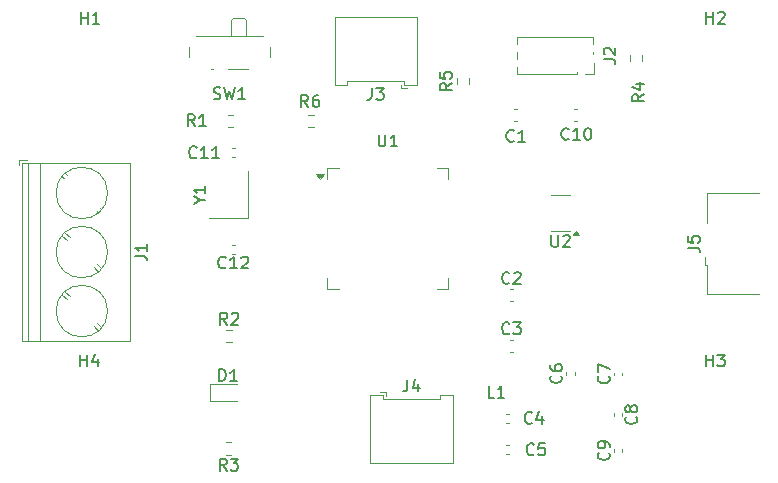
<source format=gbr>
%TF.GenerationSoftware,KiCad,Pcbnew,8.0.4*%
%TF.CreationDate,2024-07-31T13:10:52-04:00*%
%TF.ProjectId,STM32F405RGT6,53544d33-3246-4343-9035-524754362e6b,rev?*%
%TF.SameCoordinates,Original*%
%TF.FileFunction,Legend,Top*%
%TF.FilePolarity,Positive*%
%FSLAX46Y46*%
G04 Gerber Fmt 4.6, Leading zero omitted, Abs format (unit mm)*
G04 Created by KiCad (PCBNEW 8.0.4) date 2024-07-31 13:10:52*
%MOMM*%
%LPD*%
G01*
G04 APERTURE LIST*
%ADD10C,0.150000*%
%ADD11C,0.120000*%
G04 APERTURE END LIST*
D10*
X87078628Y-86616190D02*
X87554819Y-86616190D01*
X86554819Y-86949523D02*
X87078628Y-86616190D01*
X87078628Y-86616190D02*
X86554819Y-86282857D01*
X87554819Y-85425714D02*
X87554819Y-85997142D01*
X87554819Y-85711428D02*
X86554819Y-85711428D01*
X86554819Y-85711428D02*
X86697676Y-85806666D01*
X86697676Y-85806666D02*
X86792914Y-85901904D01*
X86792914Y-85901904D02*
X86840533Y-85997142D01*
X116850595Y-89554819D02*
X116850595Y-90364342D01*
X116850595Y-90364342D02*
X116898214Y-90459580D01*
X116898214Y-90459580D02*
X116945833Y-90507200D01*
X116945833Y-90507200D02*
X117041071Y-90554819D01*
X117041071Y-90554819D02*
X117231547Y-90554819D01*
X117231547Y-90554819D02*
X117326785Y-90507200D01*
X117326785Y-90507200D02*
X117374404Y-90459580D01*
X117374404Y-90459580D02*
X117422023Y-90364342D01*
X117422023Y-90364342D02*
X117422023Y-89554819D01*
X117850595Y-89650057D02*
X117898214Y-89602438D01*
X117898214Y-89602438D02*
X117993452Y-89554819D01*
X117993452Y-89554819D02*
X118231547Y-89554819D01*
X118231547Y-89554819D02*
X118326785Y-89602438D01*
X118326785Y-89602438D02*
X118374404Y-89650057D01*
X118374404Y-89650057D02*
X118422023Y-89745295D01*
X118422023Y-89745295D02*
X118422023Y-89840533D01*
X118422023Y-89840533D02*
X118374404Y-89983390D01*
X118374404Y-89983390D02*
X117802976Y-90554819D01*
X117802976Y-90554819D02*
X118422023Y-90554819D01*
X102238095Y-81054819D02*
X102238095Y-81864342D01*
X102238095Y-81864342D02*
X102285714Y-81959580D01*
X102285714Y-81959580D02*
X102333333Y-82007200D01*
X102333333Y-82007200D02*
X102428571Y-82054819D01*
X102428571Y-82054819D02*
X102619047Y-82054819D01*
X102619047Y-82054819D02*
X102714285Y-82007200D01*
X102714285Y-82007200D02*
X102761904Y-81959580D01*
X102761904Y-81959580D02*
X102809523Y-81864342D01*
X102809523Y-81864342D02*
X102809523Y-81054819D01*
X103809523Y-82054819D02*
X103238095Y-82054819D01*
X103523809Y-82054819D02*
X103523809Y-81054819D01*
X103523809Y-81054819D02*
X103428571Y-81197676D01*
X103428571Y-81197676D02*
X103333333Y-81292914D01*
X103333333Y-81292914D02*
X103238095Y-81340533D01*
X88266667Y-78007200D02*
X88409524Y-78054819D01*
X88409524Y-78054819D02*
X88647619Y-78054819D01*
X88647619Y-78054819D02*
X88742857Y-78007200D01*
X88742857Y-78007200D02*
X88790476Y-77959580D01*
X88790476Y-77959580D02*
X88838095Y-77864342D01*
X88838095Y-77864342D02*
X88838095Y-77769104D01*
X88838095Y-77769104D02*
X88790476Y-77673866D01*
X88790476Y-77673866D02*
X88742857Y-77626247D01*
X88742857Y-77626247D02*
X88647619Y-77578628D01*
X88647619Y-77578628D02*
X88457143Y-77531009D01*
X88457143Y-77531009D02*
X88361905Y-77483390D01*
X88361905Y-77483390D02*
X88314286Y-77435771D01*
X88314286Y-77435771D02*
X88266667Y-77340533D01*
X88266667Y-77340533D02*
X88266667Y-77245295D01*
X88266667Y-77245295D02*
X88314286Y-77150057D01*
X88314286Y-77150057D02*
X88361905Y-77102438D01*
X88361905Y-77102438D02*
X88457143Y-77054819D01*
X88457143Y-77054819D02*
X88695238Y-77054819D01*
X88695238Y-77054819D02*
X88838095Y-77102438D01*
X89171429Y-77054819D02*
X89409524Y-78054819D01*
X89409524Y-78054819D02*
X89600000Y-77340533D01*
X89600000Y-77340533D02*
X89790476Y-78054819D01*
X89790476Y-78054819D02*
X90028572Y-77054819D01*
X90933333Y-78054819D02*
X90361905Y-78054819D01*
X90647619Y-78054819D02*
X90647619Y-77054819D01*
X90647619Y-77054819D02*
X90552381Y-77197676D01*
X90552381Y-77197676D02*
X90457143Y-77292914D01*
X90457143Y-77292914D02*
X90361905Y-77340533D01*
X96251733Y-78712219D02*
X95918400Y-78236028D01*
X95680305Y-78712219D02*
X95680305Y-77712219D01*
X95680305Y-77712219D02*
X96061257Y-77712219D01*
X96061257Y-77712219D02*
X96156495Y-77759838D01*
X96156495Y-77759838D02*
X96204114Y-77807457D01*
X96204114Y-77807457D02*
X96251733Y-77902695D01*
X96251733Y-77902695D02*
X96251733Y-78045552D01*
X96251733Y-78045552D02*
X96204114Y-78140790D01*
X96204114Y-78140790D02*
X96156495Y-78188409D01*
X96156495Y-78188409D02*
X96061257Y-78236028D01*
X96061257Y-78236028D02*
X95680305Y-78236028D01*
X97108876Y-77712219D02*
X96918400Y-77712219D01*
X96918400Y-77712219D02*
X96823162Y-77759838D01*
X96823162Y-77759838D02*
X96775543Y-77807457D01*
X96775543Y-77807457D02*
X96680305Y-77950314D01*
X96680305Y-77950314D02*
X96632686Y-78140790D01*
X96632686Y-78140790D02*
X96632686Y-78521742D01*
X96632686Y-78521742D02*
X96680305Y-78616980D01*
X96680305Y-78616980D02*
X96727924Y-78664600D01*
X96727924Y-78664600D02*
X96823162Y-78712219D01*
X96823162Y-78712219D02*
X97013638Y-78712219D01*
X97013638Y-78712219D02*
X97108876Y-78664600D01*
X97108876Y-78664600D02*
X97156495Y-78616980D01*
X97156495Y-78616980D02*
X97204114Y-78521742D01*
X97204114Y-78521742D02*
X97204114Y-78283647D01*
X97204114Y-78283647D02*
X97156495Y-78188409D01*
X97156495Y-78188409D02*
X97108876Y-78140790D01*
X97108876Y-78140790D02*
X97013638Y-78093171D01*
X97013638Y-78093171D02*
X96823162Y-78093171D01*
X96823162Y-78093171D02*
X96727924Y-78140790D01*
X96727924Y-78140790D02*
X96680305Y-78188409D01*
X96680305Y-78188409D02*
X96632686Y-78283647D01*
X108399819Y-76691666D02*
X107923628Y-77024999D01*
X108399819Y-77263094D02*
X107399819Y-77263094D01*
X107399819Y-77263094D02*
X107399819Y-76882142D01*
X107399819Y-76882142D02*
X107447438Y-76786904D01*
X107447438Y-76786904D02*
X107495057Y-76739285D01*
X107495057Y-76739285D02*
X107590295Y-76691666D01*
X107590295Y-76691666D02*
X107733152Y-76691666D01*
X107733152Y-76691666D02*
X107828390Y-76739285D01*
X107828390Y-76739285D02*
X107876009Y-76786904D01*
X107876009Y-76786904D02*
X107923628Y-76882142D01*
X107923628Y-76882142D02*
X107923628Y-77263094D01*
X107399819Y-75786904D02*
X107399819Y-76263094D01*
X107399819Y-76263094D02*
X107876009Y-76310713D01*
X107876009Y-76310713D02*
X107828390Y-76263094D01*
X107828390Y-76263094D02*
X107780771Y-76167856D01*
X107780771Y-76167856D02*
X107780771Y-75929761D01*
X107780771Y-75929761D02*
X107828390Y-75834523D01*
X107828390Y-75834523D02*
X107876009Y-75786904D01*
X107876009Y-75786904D02*
X107971247Y-75739285D01*
X107971247Y-75739285D02*
X108209342Y-75739285D01*
X108209342Y-75739285D02*
X108304580Y-75786904D01*
X108304580Y-75786904D02*
X108352200Y-75834523D01*
X108352200Y-75834523D02*
X108399819Y-75929761D01*
X108399819Y-75929761D02*
X108399819Y-76167856D01*
X108399819Y-76167856D02*
X108352200Y-76263094D01*
X108352200Y-76263094D02*
X108304580Y-76310713D01*
X124704819Y-77641666D02*
X124228628Y-77974999D01*
X124704819Y-78213094D02*
X123704819Y-78213094D01*
X123704819Y-78213094D02*
X123704819Y-77832142D01*
X123704819Y-77832142D02*
X123752438Y-77736904D01*
X123752438Y-77736904D02*
X123800057Y-77689285D01*
X123800057Y-77689285D02*
X123895295Y-77641666D01*
X123895295Y-77641666D02*
X124038152Y-77641666D01*
X124038152Y-77641666D02*
X124133390Y-77689285D01*
X124133390Y-77689285D02*
X124181009Y-77736904D01*
X124181009Y-77736904D02*
X124228628Y-77832142D01*
X124228628Y-77832142D02*
X124228628Y-78213094D01*
X124038152Y-76784523D02*
X124704819Y-76784523D01*
X123657200Y-77022618D02*
X124371485Y-77260713D01*
X124371485Y-77260713D02*
X124371485Y-76641666D01*
X89355233Y-109504619D02*
X89021900Y-109028428D01*
X88783805Y-109504619D02*
X88783805Y-108504619D01*
X88783805Y-108504619D02*
X89164757Y-108504619D01*
X89164757Y-108504619D02*
X89259995Y-108552238D01*
X89259995Y-108552238D02*
X89307614Y-108599857D01*
X89307614Y-108599857D02*
X89355233Y-108695095D01*
X89355233Y-108695095D02*
X89355233Y-108837952D01*
X89355233Y-108837952D02*
X89307614Y-108933190D01*
X89307614Y-108933190D02*
X89259995Y-108980809D01*
X89259995Y-108980809D02*
X89164757Y-109028428D01*
X89164757Y-109028428D02*
X88783805Y-109028428D01*
X89688567Y-108504619D02*
X90307614Y-108504619D01*
X90307614Y-108504619D02*
X89974281Y-108885571D01*
X89974281Y-108885571D02*
X90117138Y-108885571D01*
X90117138Y-108885571D02*
X90212376Y-108933190D01*
X90212376Y-108933190D02*
X90259995Y-108980809D01*
X90259995Y-108980809D02*
X90307614Y-109076047D01*
X90307614Y-109076047D02*
X90307614Y-109314142D01*
X90307614Y-109314142D02*
X90259995Y-109409380D01*
X90259995Y-109409380D02*
X90212376Y-109457000D01*
X90212376Y-109457000D02*
X90117138Y-109504619D01*
X90117138Y-109504619D02*
X89831424Y-109504619D01*
X89831424Y-109504619D02*
X89736186Y-109457000D01*
X89736186Y-109457000D02*
X89688567Y-109409380D01*
X89406933Y-97145019D02*
X89073600Y-96668828D01*
X88835505Y-97145019D02*
X88835505Y-96145019D01*
X88835505Y-96145019D02*
X89216457Y-96145019D01*
X89216457Y-96145019D02*
X89311695Y-96192638D01*
X89311695Y-96192638D02*
X89359314Y-96240257D01*
X89359314Y-96240257D02*
X89406933Y-96335495D01*
X89406933Y-96335495D02*
X89406933Y-96478352D01*
X89406933Y-96478352D02*
X89359314Y-96573590D01*
X89359314Y-96573590D02*
X89311695Y-96621209D01*
X89311695Y-96621209D02*
X89216457Y-96668828D01*
X89216457Y-96668828D02*
X88835505Y-96668828D01*
X89787886Y-96240257D02*
X89835505Y-96192638D01*
X89835505Y-96192638D02*
X89930743Y-96145019D01*
X89930743Y-96145019D02*
X90168838Y-96145019D01*
X90168838Y-96145019D02*
X90264076Y-96192638D01*
X90264076Y-96192638D02*
X90311695Y-96240257D01*
X90311695Y-96240257D02*
X90359314Y-96335495D01*
X90359314Y-96335495D02*
X90359314Y-96430733D01*
X90359314Y-96430733D02*
X90311695Y-96573590D01*
X90311695Y-96573590D02*
X89740267Y-97145019D01*
X89740267Y-97145019D02*
X90359314Y-97145019D01*
X86650533Y-80337819D02*
X86317200Y-79861628D01*
X86079105Y-80337819D02*
X86079105Y-79337819D01*
X86079105Y-79337819D02*
X86460057Y-79337819D01*
X86460057Y-79337819D02*
X86555295Y-79385438D01*
X86555295Y-79385438D02*
X86602914Y-79433057D01*
X86602914Y-79433057D02*
X86650533Y-79528295D01*
X86650533Y-79528295D02*
X86650533Y-79671152D01*
X86650533Y-79671152D02*
X86602914Y-79766390D01*
X86602914Y-79766390D02*
X86555295Y-79814009D01*
X86555295Y-79814009D02*
X86460057Y-79861628D01*
X86460057Y-79861628D02*
X86079105Y-79861628D01*
X87602914Y-80337819D02*
X87031486Y-80337819D01*
X87317200Y-80337819D02*
X87317200Y-79337819D01*
X87317200Y-79337819D02*
X87221962Y-79480676D01*
X87221962Y-79480676D02*
X87126724Y-79575914D01*
X87126724Y-79575914D02*
X87031486Y-79623533D01*
X112025133Y-103326419D02*
X111548943Y-103326419D01*
X111548943Y-103326419D02*
X111548943Y-102326419D01*
X112882276Y-103326419D02*
X112310848Y-103326419D01*
X112596562Y-103326419D02*
X112596562Y-102326419D01*
X112596562Y-102326419D02*
X112501324Y-102469276D01*
X112501324Y-102469276D02*
X112406086Y-102564514D01*
X112406086Y-102564514D02*
X112310848Y-102612133D01*
X128404819Y-90633333D02*
X129119104Y-90633333D01*
X129119104Y-90633333D02*
X129261961Y-90680952D01*
X129261961Y-90680952D02*
X129357200Y-90776190D01*
X129357200Y-90776190D02*
X129404819Y-90919047D01*
X129404819Y-90919047D02*
X129404819Y-91014285D01*
X128404819Y-89680952D02*
X128404819Y-90157142D01*
X128404819Y-90157142D02*
X128881009Y-90204761D01*
X128881009Y-90204761D02*
X128833390Y-90157142D01*
X128833390Y-90157142D02*
X128785771Y-90061904D01*
X128785771Y-90061904D02*
X128785771Y-89823809D01*
X128785771Y-89823809D02*
X128833390Y-89728571D01*
X128833390Y-89728571D02*
X128881009Y-89680952D01*
X128881009Y-89680952D02*
X128976247Y-89633333D01*
X128976247Y-89633333D02*
X129214342Y-89633333D01*
X129214342Y-89633333D02*
X129309580Y-89680952D01*
X129309580Y-89680952D02*
X129357200Y-89728571D01*
X129357200Y-89728571D02*
X129404819Y-89823809D01*
X129404819Y-89823809D02*
X129404819Y-90061904D01*
X129404819Y-90061904D02*
X129357200Y-90157142D01*
X129357200Y-90157142D02*
X129309580Y-90204761D01*
X104671666Y-101804819D02*
X104671666Y-102519104D01*
X104671666Y-102519104D02*
X104624047Y-102661961D01*
X104624047Y-102661961D02*
X104528809Y-102757200D01*
X104528809Y-102757200D02*
X104385952Y-102804819D01*
X104385952Y-102804819D02*
X104290714Y-102804819D01*
X105576428Y-102138152D02*
X105576428Y-102804819D01*
X105338333Y-101757200D02*
X105100238Y-102471485D01*
X105100238Y-102471485D02*
X105719285Y-102471485D01*
X101661666Y-77104819D02*
X101661666Y-77819104D01*
X101661666Y-77819104D02*
X101614047Y-77961961D01*
X101614047Y-77961961D02*
X101518809Y-78057200D01*
X101518809Y-78057200D02*
X101375952Y-78104819D01*
X101375952Y-78104819D02*
X101280714Y-78104819D01*
X102042619Y-77104819D02*
X102661666Y-77104819D01*
X102661666Y-77104819D02*
X102328333Y-77485771D01*
X102328333Y-77485771D02*
X102471190Y-77485771D01*
X102471190Y-77485771D02*
X102566428Y-77533390D01*
X102566428Y-77533390D02*
X102614047Y-77581009D01*
X102614047Y-77581009D02*
X102661666Y-77676247D01*
X102661666Y-77676247D02*
X102661666Y-77914342D01*
X102661666Y-77914342D02*
X102614047Y-78009580D01*
X102614047Y-78009580D02*
X102566428Y-78057200D01*
X102566428Y-78057200D02*
X102471190Y-78104819D01*
X102471190Y-78104819D02*
X102185476Y-78104819D01*
X102185476Y-78104819D02*
X102090238Y-78057200D01*
X102090238Y-78057200D02*
X102042619Y-78009580D01*
X121269819Y-74698333D02*
X121984104Y-74698333D01*
X121984104Y-74698333D02*
X122126961Y-74745952D01*
X122126961Y-74745952D02*
X122222200Y-74841190D01*
X122222200Y-74841190D02*
X122269819Y-74984047D01*
X122269819Y-74984047D02*
X122269819Y-75079285D01*
X121365057Y-74269761D02*
X121317438Y-74222142D01*
X121317438Y-74222142D02*
X121269819Y-74126904D01*
X121269819Y-74126904D02*
X121269819Y-73888809D01*
X121269819Y-73888809D02*
X121317438Y-73793571D01*
X121317438Y-73793571D02*
X121365057Y-73745952D01*
X121365057Y-73745952D02*
X121460295Y-73698333D01*
X121460295Y-73698333D02*
X121555533Y-73698333D01*
X121555533Y-73698333D02*
X121698390Y-73745952D01*
X121698390Y-73745952D02*
X122269819Y-74317380D01*
X122269819Y-74317380D02*
X122269819Y-73698333D01*
X81614819Y-91333333D02*
X82329104Y-91333333D01*
X82329104Y-91333333D02*
X82471961Y-91380952D01*
X82471961Y-91380952D02*
X82567200Y-91476190D01*
X82567200Y-91476190D02*
X82614819Y-91619047D01*
X82614819Y-91619047D02*
X82614819Y-91714285D01*
X82614819Y-90333333D02*
X82614819Y-90904761D01*
X82614819Y-90619047D02*
X81614819Y-90619047D01*
X81614819Y-90619047D02*
X81757676Y-90714285D01*
X81757676Y-90714285D02*
X81852914Y-90809523D01*
X81852914Y-90809523D02*
X81900533Y-90904761D01*
X76957676Y-100685238D02*
X76957676Y-99685238D01*
X76957676Y-100161428D02*
X77529104Y-100161428D01*
X77529104Y-100685238D02*
X77529104Y-99685238D01*
X78433866Y-100018571D02*
X78433866Y-100685238D01*
X78195771Y-99637619D02*
X77957676Y-100351904D01*
X77957676Y-100351904D02*
X78576723Y-100351904D01*
X129957676Y-100685238D02*
X129957676Y-99685238D01*
X129957676Y-100161428D02*
X130529104Y-100161428D01*
X130529104Y-100685238D02*
X130529104Y-99685238D01*
X130910057Y-99685238D02*
X131529104Y-99685238D01*
X131529104Y-99685238D02*
X131195771Y-100066190D01*
X131195771Y-100066190D02*
X131338628Y-100066190D01*
X131338628Y-100066190D02*
X131433866Y-100113809D01*
X131433866Y-100113809D02*
X131481485Y-100161428D01*
X131481485Y-100161428D02*
X131529104Y-100256666D01*
X131529104Y-100256666D02*
X131529104Y-100494761D01*
X131529104Y-100494761D02*
X131481485Y-100589999D01*
X131481485Y-100589999D02*
X131433866Y-100637619D01*
X131433866Y-100637619D02*
X131338628Y-100685238D01*
X131338628Y-100685238D02*
X131052914Y-100685238D01*
X131052914Y-100685238D02*
X130957676Y-100637619D01*
X130957676Y-100637619D02*
X130910057Y-100589999D01*
X129988095Y-71654819D02*
X129988095Y-70654819D01*
X129988095Y-71131009D02*
X130559523Y-71131009D01*
X130559523Y-71654819D02*
X130559523Y-70654819D01*
X130988095Y-70750057D02*
X131035714Y-70702438D01*
X131035714Y-70702438D02*
X131130952Y-70654819D01*
X131130952Y-70654819D02*
X131369047Y-70654819D01*
X131369047Y-70654819D02*
X131464285Y-70702438D01*
X131464285Y-70702438D02*
X131511904Y-70750057D01*
X131511904Y-70750057D02*
X131559523Y-70845295D01*
X131559523Y-70845295D02*
X131559523Y-70940533D01*
X131559523Y-70940533D02*
X131511904Y-71083390D01*
X131511904Y-71083390D02*
X130940476Y-71654819D01*
X130940476Y-71654819D02*
X131559523Y-71654819D01*
X77013095Y-71685238D02*
X77013095Y-70685238D01*
X77013095Y-71161428D02*
X77584523Y-71161428D01*
X77584523Y-71685238D02*
X77584523Y-70685238D01*
X78584523Y-71685238D02*
X78013095Y-71685238D01*
X78298809Y-71685238D02*
X78298809Y-70685238D01*
X78298809Y-70685238D02*
X78203571Y-70828095D01*
X78203571Y-70828095D02*
X78108333Y-70923333D01*
X78108333Y-70923333D02*
X78013095Y-70970952D01*
X88720705Y-101920219D02*
X88720705Y-100920219D01*
X88720705Y-100920219D02*
X88958800Y-100920219D01*
X88958800Y-100920219D02*
X89101657Y-100967838D01*
X89101657Y-100967838D02*
X89196895Y-101063076D01*
X89196895Y-101063076D02*
X89244514Y-101158314D01*
X89244514Y-101158314D02*
X89292133Y-101348790D01*
X89292133Y-101348790D02*
X89292133Y-101491647D01*
X89292133Y-101491647D02*
X89244514Y-101682123D01*
X89244514Y-101682123D02*
X89196895Y-101777361D01*
X89196895Y-101777361D02*
X89101657Y-101872600D01*
X89101657Y-101872600D02*
X88958800Y-101920219D01*
X88958800Y-101920219D02*
X88720705Y-101920219D01*
X90244514Y-101920219D02*
X89673086Y-101920219D01*
X89958800Y-101920219D02*
X89958800Y-100920219D01*
X89958800Y-100920219D02*
X89863562Y-101063076D01*
X89863562Y-101063076D02*
X89768324Y-101158314D01*
X89768324Y-101158314D02*
X89673086Y-101205933D01*
X89277142Y-92294580D02*
X89229523Y-92342200D01*
X89229523Y-92342200D02*
X89086666Y-92389819D01*
X89086666Y-92389819D02*
X88991428Y-92389819D01*
X88991428Y-92389819D02*
X88848571Y-92342200D01*
X88848571Y-92342200D02*
X88753333Y-92246961D01*
X88753333Y-92246961D02*
X88705714Y-92151723D01*
X88705714Y-92151723D02*
X88658095Y-91961247D01*
X88658095Y-91961247D02*
X88658095Y-91818390D01*
X88658095Y-91818390D02*
X88705714Y-91627914D01*
X88705714Y-91627914D02*
X88753333Y-91532676D01*
X88753333Y-91532676D02*
X88848571Y-91437438D01*
X88848571Y-91437438D02*
X88991428Y-91389819D01*
X88991428Y-91389819D02*
X89086666Y-91389819D01*
X89086666Y-91389819D02*
X89229523Y-91437438D01*
X89229523Y-91437438D02*
X89277142Y-91485057D01*
X90229523Y-92389819D02*
X89658095Y-92389819D01*
X89943809Y-92389819D02*
X89943809Y-91389819D01*
X89943809Y-91389819D02*
X89848571Y-91532676D01*
X89848571Y-91532676D02*
X89753333Y-91627914D01*
X89753333Y-91627914D02*
X89658095Y-91675533D01*
X90610476Y-91485057D02*
X90658095Y-91437438D01*
X90658095Y-91437438D02*
X90753333Y-91389819D01*
X90753333Y-91389819D02*
X90991428Y-91389819D01*
X90991428Y-91389819D02*
X91086666Y-91437438D01*
X91086666Y-91437438D02*
X91134285Y-91485057D01*
X91134285Y-91485057D02*
X91181904Y-91580295D01*
X91181904Y-91580295D02*
X91181904Y-91675533D01*
X91181904Y-91675533D02*
X91134285Y-91818390D01*
X91134285Y-91818390D02*
X90562857Y-92389819D01*
X90562857Y-92389819D02*
X91181904Y-92389819D01*
X86809342Y-82960380D02*
X86761723Y-83008000D01*
X86761723Y-83008000D02*
X86618866Y-83055619D01*
X86618866Y-83055619D02*
X86523628Y-83055619D01*
X86523628Y-83055619D02*
X86380771Y-83008000D01*
X86380771Y-83008000D02*
X86285533Y-82912761D01*
X86285533Y-82912761D02*
X86237914Y-82817523D01*
X86237914Y-82817523D02*
X86190295Y-82627047D01*
X86190295Y-82627047D02*
X86190295Y-82484190D01*
X86190295Y-82484190D02*
X86237914Y-82293714D01*
X86237914Y-82293714D02*
X86285533Y-82198476D01*
X86285533Y-82198476D02*
X86380771Y-82103238D01*
X86380771Y-82103238D02*
X86523628Y-82055619D01*
X86523628Y-82055619D02*
X86618866Y-82055619D01*
X86618866Y-82055619D02*
X86761723Y-82103238D01*
X86761723Y-82103238D02*
X86809342Y-82150857D01*
X87761723Y-83055619D02*
X87190295Y-83055619D01*
X87476009Y-83055619D02*
X87476009Y-82055619D01*
X87476009Y-82055619D02*
X87380771Y-82198476D01*
X87380771Y-82198476D02*
X87285533Y-82293714D01*
X87285533Y-82293714D02*
X87190295Y-82341333D01*
X88714104Y-83055619D02*
X88142676Y-83055619D01*
X88428390Y-83055619D02*
X88428390Y-82055619D01*
X88428390Y-82055619D02*
X88333152Y-82198476D01*
X88333152Y-82198476D02*
X88237914Y-82293714D01*
X88237914Y-82293714D02*
X88142676Y-82341333D01*
X118320942Y-81410180D02*
X118273323Y-81457800D01*
X118273323Y-81457800D02*
X118130466Y-81505419D01*
X118130466Y-81505419D02*
X118035228Y-81505419D01*
X118035228Y-81505419D02*
X117892371Y-81457800D01*
X117892371Y-81457800D02*
X117797133Y-81362561D01*
X117797133Y-81362561D02*
X117749514Y-81267323D01*
X117749514Y-81267323D02*
X117701895Y-81076847D01*
X117701895Y-81076847D02*
X117701895Y-80933990D01*
X117701895Y-80933990D02*
X117749514Y-80743514D01*
X117749514Y-80743514D02*
X117797133Y-80648276D01*
X117797133Y-80648276D02*
X117892371Y-80553038D01*
X117892371Y-80553038D02*
X118035228Y-80505419D01*
X118035228Y-80505419D02*
X118130466Y-80505419D01*
X118130466Y-80505419D02*
X118273323Y-80553038D01*
X118273323Y-80553038D02*
X118320942Y-80600657D01*
X119273323Y-81505419D02*
X118701895Y-81505419D01*
X118987609Y-81505419D02*
X118987609Y-80505419D01*
X118987609Y-80505419D02*
X118892371Y-80648276D01*
X118892371Y-80648276D02*
X118797133Y-80743514D01*
X118797133Y-80743514D02*
X118701895Y-80791133D01*
X119892371Y-80505419D02*
X119987609Y-80505419D01*
X119987609Y-80505419D02*
X120082847Y-80553038D01*
X120082847Y-80553038D02*
X120130466Y-80600657D01*
X120130466Y-80600657D02*
X120178085Y-80695895D01*
X120178085Y-80695895D02*
X120225704Y-80886371D01*
X120225704Y-80886371D02*
X120225704Y-81124466D01*
X120225704Y-81124466D02*
X120178085Y-81314942D01*
X120178085Y-81314942D02*
X120130466Y-81410180D01*
X120130466Y-81410180D02*
X120082847Y-81457800D01*
X120082847Y-81457800D02*
X119987609Y-81505419D01*
X119987609Y-81505419D02*
X119892371Y-81505419D01*
X119892371Y-81505419D02*
X119797133Y-81457800D01*
X119797133Y-81457800D02*
X119749514Y-81410180D01*
X119749514Y-81410180D02*
X119701895Y-81314942D01*
X119701895Y-81314942D02*
X119654276Y-81124466D01*
X119654276Y-81124466D02*
X119654276Y-80886371D01*
X119654276Y-80886371D02*
X119701895Y-80695895D01*
X119701895Y-80695895D02*
X119749514Y-80600657D01*
X119749514Y-80600657D02*
X119797133Y-80553038D01*
X119797133Y-80553038D02*
X119892371Y-80505419D01*
X121699580Y-107984666D02*
X121747200Y-108032285D01*
X121747200Y-108032285D02*
X121794819Y-108175142D01*
X121794819Y-108175142D02*
X121794819Y-108270380D01*
X121794819Y-108270380D02*
X121747200Y-108413237D01*
X121747200Y-108413237D02*
X121651961Y-108508475D01*
X121651961Y-108508475D02*
X121556723Y-108556094D01*
X121556723Y-108556094D02*
X121366247Y-108603713D01*
X121366247Y-108603713D02*
X121223390Y-108603713D01*
X121223390Y-108603713D02*
X121032914Y-108556094D01*
X121032914Y-108556094D02*
X120937676Y-108508475D01*
X120937676Y-108508475D02*
X120842438Y-108413237D01*
X120842438Y-108413237D02*
X120794819Y-108270380D01*
X120794819Y-108270380D02*
X120794819Y-108175142D01*
X120794819Y-108175142D02*
X120842438Y-108032285D01*
X120842438Y-108032285D02*
X120890057Y-107984666D01*
X121794819Y-107508475D02*
X121794819Y-107317999D01*
X121794819Y-107317999D02*
X121747200Y-107222761D01*
X121747200Y-107222761D02*
X121699580Y-107175142D01*
X121699580Y-107175142D02*
X121556723Y-107079904D01*
X121556723Y-107079904D02*
X121366247Y-107032285D01*
X121366247Y-107032285D02*
X120985295Y-107032285D01*
X120985295Y-107032285D02*
X120890057Y-107079904D01*
X120890057Y-107079904D02*
X120842438Y-107127523D01*
X120842438Y-107127523D02*
X120794819Y-107222761D01*
X120794819Y-107222761D02*
X120794819Y-107413237D01*
X120794819Y-107413237D02*
X120842438Y-107508475D01*
X120842438Y-107508475D02*
X120890057Y-107556094D01*
X120890057Y-107556094D02*
X120985295Y-107603713D01*
X120985295Y-107603713D02*
X121223390Y-107603713D01*
X121223390Y-107603713D02*
X121318628Y-107556094D01*
X121318628Y-107556094D02*
X121366247Y-107508475D01*
X121366247Y-107508475D02*
X121413866Y-107413237D01*
X121413866Y-107413237D02*
X121413866Y-107222761D01*
X121413866Y-107222761D02*
X121366247Y-107127523D01*
X121366247Y-107127523D02*
X121318628Y-107079904D01*
X121318628Y-107079904D02*
X121223390Y-107032285D01*
X124019580Y-104936666D02*
X124067200Y-104984285D01*
X124067200Y-104984285D02*
X124114819Y-105127142D01*
X124114819Y-105127142D02*
X124114819Y-105222380D01*
X124114819Y-105222380D02*
X124067200Y-105365237D01*
X124067200Y-105365237D02*
X123971961Y-105460475D01*
X123971961Y-105460475D02*
X123876723Y-105508094D01*
X123876723Y-105508094D02*
X123686247Y-105555713D01*
X123686247Y-105555713D02*
X123543390Y-105555713D01*
X123543390Y-105555713D02*
X123352914Y-105508094D01*
X123352914Y-105508094D02*
X123257676Y-105460475D01*
X123257676Y-105460475D02*
X123162438Y-105365237D01*
X123162438Y-105365237D02*
X123114819Y-105222380D01*
X123114819Y-105222380D02*
X123114819Y-105127142D01*
X123114819Y-105127142D02*
X123162438Y-104984285D01*
X123162438Y-104984285D02*
X123210057Y-104936666D01*
X123543390Y-104365237D02*
X123495771Y-104460475D01*
X123495771Y-104460475D02*
X123448152Y-104508094D01*
X123448152Y-104508094D02*
X123352914Y-104555713D01*
X123352914Y-104555713D02*
X123305295Y-104555713D01*
X123305295Y-104555713D02*
X123210057Y-104508094D01*
X123210057Y-104508094D02*
X123162438Y-104460475D01*
X123162438Y-104460475D02*
X123114819Y-104365237D01*
X123114819Y-104365237D02*
X123114819Y-104174761D01*
X123114819Y-104174761D02*
X123162438Y-104079523D01*
X123162438Y-104079523D02*
X123210057Y-104031904D01*
X123210057Y-104031904D02*
X123305295Y-103984285D01*
X123305295Y-103984285D02*
X123352914Y-103984285D01*
X123352914Y-103984285D02*
X123448152Y-104031904D01*
X123448152Y-104031904D02*
X123495771Y-104079523D01*
X123495771Y-104079523D02*
X123543390Y-104174761D01*
X123543390Y-104174761D02*
X123543390Y-104365237D01*
X123543390Y-104365237D02*
X123591009Y-104460475D01*
X123591009Y-104460475D02*
X123638628Y-104508094D01*
X123638628Y-104508094D02*
X123733866Y-104555713D01*
X123733866Y-104555713D02*
X123924342Y-104555713D01*
X123924342Y-104555713D02*
X124019580Y-104508094D01*
X124019580Y-104508094D02*
X124067200Y-104460475D01*
X124067200Y-104460475D02*
X124114819Y-104365237D01*
X124114819Y-104365237D02*
X124114819Y-104174761D01*
X124114819Y-104174761D02*
X124067200Y-104079523D01*
X124067200Y-104079523D02*
X124019580Y-104031904D01*
X124019580Y-104031904D02*
X123924342Y-103984285D01*
X123924342Y-103984285D02*
X123733866Y-103984285D01*
X123733866Y-103984285D02*
X123638628Y-104031904D01*
X123638628Y-104031904D02*
X123591009Y-104079523D01*
X123591009Y-104079523D02*
X123543390Y-104174761D01*
X121699580Y-101510266D02*
X121747200Y-101557885D01*
X121747200Y-101557885D02*
X121794819Y-101700742D01*
X121794819Y-101700742D02*
X121794819Y-101795980D01*
X121794819Y-101795980D02*
X121747200Y-101938837D01*
X121747200Y-101938837D02*
X121651961Y-102034075D01*
X121651961Y-102034075D02*
X121556723Y-102081694D01*
X121556723Y-102081694D02*
X121366247Y-102129313D01*
X121366247Y-102129313D02*
X121223390Y-102129313D01*
X121223390Y-102129313D02*
X121032914Y-102081694D01*
X121032914Y-102081694D02*
X120937676Y-102034075D01*
X120937676Y-102034075D02*
X120842438Y-101938837D01*
X120842438Y-101938837D02*
X120794819Y-101795980D01*
X120794819Y-101795980D02*
X120794819Y-101700742D01*
X120794819Y-101700742D02*
X120842438Y-101557885D01*
X120842438Y-101557885D02*
X120890057Y-101510266D01*
X120794819Y-101176932D02*
X120794819Y-100510266D01*
X120794819Y-100510266D02*
X121794819Y-100938837D01*
X117660980Y-101459466D02*
X117708600Y-101507085D01*
X117708600Y-101507085D02*
X117756219Y-101649942D01*
X117756219Y-101649942D02*
X117756219Y-101745180D01*
X117756219Y-101745180D02*
X117708600Y-101888037D01*
X117708600Y-101888037D02*
X117613361Y-101983275D01*
X117613361Y-101983275D02*
X117518123Y-102030894D01*
X117518123Y-102030894D02*
X117327647Y-102078513D01*
X117327647Y-102078513D02*
X117184790Y-102078513D01*
X117184790Y-102078513D02*
X116994314Y-102030894D01*
X116994314Y-102030894D02*
X116899076Y-101983275D01*
X116899076Y-101983275D02*
X116803838Y-101888037D01*
X116803838Y-101888037D02*
X116756219Y-101745180D01*
X116756219Y-101745180D02*
X116756219Y-101649942D01*
X116756219Y-101649942D02*
X116803838Y-101507085D01*
X116803838Y-101507085D02*
X116851457Y-101459466D01*
X116756219Y-100602323D02*
X116756219Y-100792799D01*
X116756219Y-100792799D02*
X116803838Y-100888037D01*
X116803838Y-100888037D02*
X116851457Y-100935656D01*
X116851457Y-100935656D02*
X116994314Y-101030894D01*
X116994314Y-101030894D02*
X117184790Y-101078513D01*
X117184790Y-101078513D02*
X117565742Y-101078513D01*
X117565742Y-101078513D02*
X117660980Y-101030894D01*
X117660980Y-101030894D02*
X117708600Y-100983275D01*
X117708600Y-100983275D02*
X117756219Y-100888037D01*
X117756219Y-100888037D02*
X117756219Y-100697561D01*
X117756219Y-100697561D02*
X117708600Y-100602323D01*
X117708600Y-100602323D02*
X117660980Y-100554704D01*
X117660980Y-100554704D02*
X117565742Y-100507085D01*
X117565742Y-100507085D02*
X117327647Y-100507085D01*
X117327647Y-100507085D02*
X117232409Y-100554704D01*
X117232409Y-100554704D02*
X117184790Y-100602323D01*
X117184790Y-100602323D02*
X117137171Y-100697561D01*
X117137171Y-100697561D02*
X117137171Y-100888037D01*
X117137171Y-100888037D02*
X117184790Y-100983275D01*
X117184790Y-100983275D02*
X117232409Y-101030894D01*
X117232409Y-101030894D02*
X117327647Y-101078513D01*
X115377933Y-108106380D02*
X115330314Y-108154000D01*
X115330314Y-108154000D02*
X115187457Y-108201619D01*
X115187457Y-108201619D02*
X115092219Y-108201619D01*
X115092219Y-108201619D02*
X114949362Y-108154000D01*
X114949362Y-108154000D02*
X114854124Y-108058761D01*
X114854124Y-108058761D02*
X114806505Y-107963523D01*
X114806505Y-107963523D02*
X114758886Y-107773047D01*
X114758886Y-107773047D02*
X114758886Y-107630190D01*
X114758886Y-107630190D02*
X114806505Y-107439714D01*
X114806505Y-107439714D02*
X114854124Y-107344476D01*
X114854124Y-107344476D02*
X114949362Y-107249238D01*
X114949362Y-107249238D02*
X115092219Y-107201619D01*
X115092219Y-107201619D02*
X115187457Y-107201619D01*
X115187457Y-107201619D02*
X115330314Y-107249238D01*
X115330314Y-107249238D02*
X115377933Y-107296857D01*
X116282695Y-107201619D02*
X115806505Y-107201619D01*
X115806505Y-107201619D02*
X115758886Y-107677809D01*
X115758886Y-107677809D02*
X115806505Y-107630190D01*
X115806505Y-107630190D02*
X115901743Y-107582571D01*
X115901743Y-107582571D02*
X116139838Y-107582571D01*
X116139838Y-107582571D02*
X116235076Y-107630190D01*
X116235076Y-107630190D02*
X116282695Y-107677809D01*
X116282695Y-107677809D02*
X116330314Y-107773047D01*
X116330314Y-107773047D02*
X116330314Y-108011142D01*
X116330314Y-108011142D02*
X116282695Y-108106380D01*
X116282695Y-108106380D02*
X116235076Y-108154000D01*
X116235076Y-108154000D02*
X116139838Y-108201619D01*
X116139838Y-108201619D02*
X115901743Y-108201619D01*
X115901743Y-108201619D02*
X115806505Y-108154000D01*
X115806505Y-108154000D02*
X115758886Y-108106380D01*
X115200133Y-105439380D02*
X115152514Y-105487000D01*
X115152514Y-105487000D02*
X115009657Y-105534619D01*
X115009657Y-105534619D02*
X114914419Y-105534619D01*
X114914419Y-105534619D02*
X114771562Y-105487000D01*
X114771562Y-105487000D02*
X114676324Y-105391761D01*
X114676324Y-105391761D02*
X114628705Y-105296523D01*
X114628705Y-105296523D02*
X114581086Y-105106047D01*
X114581086Y-105106047D02*
X114581086Y-104963190D01*
X114581086Y-104963190D02*
X114628705Y-104772714D01*
X114628705Y-104772714D02*
X114676324Y-104677476D01*
X114676324Y-104677476D02*
X114771562Y-104582238D01*
X114771562Y-104582238D02*
X114914419Y-104534619D01*
X114914419Y-104534619D02*
X115009657Y-104534619D01*
X115009657Y-104534619D02*
X115152514Y-104582238D01*
X115152514Y-104582238D02*
X115200133Y-104629857D01*
X116057276Y-104867952D02*
X116057276Y-105534619D01*
X115819181Y-104487000D02*
X115581086Y-105201285D01*
X115581086Y-105201285D02*
X116200133Y-105201285D01*
X113307533Y-97862580D02*
X113259914Y-97910200D01*
X113259914Y-97910200D02*
X113117057Y-97957819D01*
X113117057Y-97957819D02*
X113021819Y-97957819D01*
X113021819Y-97957819D02*
X112878962Y-97910200D01*
X112878962Y-97910200D02*
X112783724Y-97814961D01*
X112783724Y-97814961D02*
X112736105Y-97719723D01*
X112736105Y-97719723D02*
X112688486Y-97529247D01*
X112688486Y-97529247D02*
X112688486Y-97386390D01*
X112688486Y-97386390D02*
X112736105Y-97195914D01*
X112736105Y-97195914D02*
X112783724Y-97100676D01*
X112783724Y-97100676D02*
X112878962Y-97005438D01*
X112878962Y-97005438D02*
X113021819Y-96957819D01*
X113021819Y-96957819D02*
X113117057Y-96957819D01*
X113117057Y-96957819D02*
X113259914Y-97005438D01*
X113259914Y-97005438D02*
X113307533Y-97053057D01*
X113640867Y-96957819D02*
X114259914Y-96957819D01*
X114259914Y-96957819D02*
X113926581Y-97338771D01*
X113926581Y-97338771D02*
X114069438Y-97338771D01*
X114069438Y-97338771D02*
X114164676Y-97386390D01*
X114164676Y-97386390D02*
X114212295Y-97434009D01*
X114212295Y-97434009D02*
X114259914Y-97529247D01*
X114259914Y-97529247D02*
X114259914Y-97767342D01*
X114259914Y-97767342D02*
X114212295Y-97862580D01*
X114212295Y-97862580D02*
X114164676Y-97910200D01*
X114164676Y-97910200D02*
X114069438Y-97957819D01*
X114069438Y-97957819D02*
X113783724Y-97957819D01*
X113783724Y-97957819D02*
X113688486Y-97910200D01*
X113688486Y-97910200D02*
X113640867Y-97862580D01*
X113307533Y-93595380D02*
X113259914Y-93643000D01*
X113259914Y-93643000D02*
X113117057Y-93690619D01*
X113117057Y-93690619D02*
X113021819Y-93690619D01*
X113021819Y-93690619D02*
X112878962Y-93643000D01*
X112878962Y-93643000D02*
X112783724Y-93547761D01*
X112783724Y-93547761D02*
X112736105Y-93452523D01*
X112736105Y-93452523D02*
X112688486Y-93262047D01*
X112688486Y-93262047D02*
X112688486Y-93119190D01*
X112688486Y-93119190D02*
X112736105Y-92928714D01*
X112736105Y-92928714D02*
X112783724Y-92833476D01*
X112783724Y-92833476D02*
X112878962Y-92738238D01*
X112878962Y-92738238D02*
X113021819Y-92690619D01*
X113021819Y-92690619D02*
X113117057Y-92690619D01*
X113117057Y-92690619D02*
X113259914Y-92738238D01*
X113259914Y-92738238D02*
X113307533Y-92785857D01*
X113688486Y-92785857D02*
X113736105Y-92738238D01*
X113736105Y-92738238D02*
X113831343Y-92690619D01*
X113831343Y-92690619D02*
X114069438Y-92690619D01*
X114069438Y-92690619D02*
X114164676Y-92738238D01*
X114164676Y-92738238D02*
X114212295Y-92785857D01*
X114212295Y-92785857D02*
X114259914Y-92881095D01*
X114259914Y-92881095D02*
X114259914Y-92976333D01*
X114259914Y-92976333D02*
X114212295Y-93119190D01*
X114212295Y-93119190D02*
X113640867Y-93690619D01*
X113640867Y-93690619D02*
X114259914Y-93690619D01*
X113671333Y-81562580D02*
X113623714Y-81610200D01*
X113623714Y-81610200D02*
X113480857Y-81657819D01*
X113480857Y-81657819D02*
X113385619Y-81657819D01*
X113385619Y-81657819D02*
X113242762Y-81610200D01*
X113242762Y-81610200D02*
X113147524Y-81514961D01*
X113147524Y-81514961D02*
X113099905Y-81419723D01*
X113099905Y-81419723D02*
X113052286Y-81229247D01*
X113052286Y-81229247D02*
X113052286Y-81086390D01*
X113052286Y-81086390D02*
X113099905Y-80895914D01*
X113099905Y-80895914D02*
X113147524Y-80800676D01*
X113147524Y-80800676D02*
X113242762Y-80705438D01*
X113242762Y-80705438D02*
X113385619Y-80657819D01*
X113385619Y-80657819D02*
X113480857Y-80657819D01*
X113480857Y-80657819D02*
X113623714Y-80705438D01*
X113623714Y-80705438D02*
X113671333Y-80753057D01*
X114623714Y-81657819D02*
X114052286Y-81657819D01*
X114338000Y-81657819D02*
X114338000Y-80657819D01*
X114338000Y-80657819D02*
X114242762Y-80800676D01*
X114242762Y-80800676D02*
X114147524Y-80895914D01*
X114147524Y-80895914D02*
X114052286Y-80943533D01*
D11*
%TO.C,Y1*%
X87900000Y-88140000D02*
X91200000Y-88140000D01*
X91200000Y-88140000D02*
X91200000Y-84140000D01*
%TO.C,U2*%
X117612500Y-89260000D02*
X118412500Y-89260000D01*
X117612500Y-89260000D02*
X116812500Y-89260000D01*
X117612500Y-86140000D02*
X118412500Y-86140000D01*
X117612500Y-86140000D02*
X116812500Y-86140000D01*
X119152500Y-89540000D02*
X118672500Y-89540000D01*
X118912500Y-89210000D01*
X119152500Y-89540000D01*
G36*
X119152500Y-89540000D02*
G01*
X118672500Y-89540000D01*
X118912500Y-89210000D01*
X119152500Y-89540000D01*
G37*
%TO.C,U1*%
X97890000Y-83890000D02*
X97890000Y-84840000D01*
X97890000Y-94110000D02*
X97890000Y-93160000D01*
X98840000Y-83890000D02*
X97890000Y-83890000D01*
X98840000Y-94110000D02*
X97890000Y-94110000D01*
X107160000Y-83890000D02*
X108110000Y-83890000D01*
X107160000Y-94110000D02*
X108110000Y-94110000D01*
X108110000Y-83890000D02*
X108110000Y-84840000D01*
X108110000Y-94110000D02*
X108110000Y-93160000D01*
X97275000Y-84840000D02*
X96935000Y-84370000D01*
X97615000Y-84370000D01*
X97275000Y-84840000D01*
G36*
X97275000Y-84840000D02*
G01*
X96935000Y-84370000D01*
X97615000Y-84370000D01*
X97275000Y-84840000D01*
G37*
%TO.C,SW1*%
X93050000Y-74470000D02*
X93050000Y-73680000D01*
X92450000Y-72670000D02*
X86750000Y-72670000D01*
X91200000Y-75520000D02*
X89500000Y-75520000D01*
X91000000Y-72670000D02*
X91000000Y-71380000D01*
X91000000Y-71380000D02*
X90800000Y-71170000D01*
X90800000Y-71170000D02*
X89900000Y-71170000D01*
X89700000Y-71380000D02*
X89900000Y-71170000D01*
X89700000Y-71380000D02*
X89700000Y-72670000D01*
X88200000Y-75520000D02*
X88000000Y-75520000D01*
X86150000Y-73680000D02*
X86150000Y-74470000D01*
%TO.C,R6*%
X96718658Y-80405500D02*
X96244142Y-80405500D01*
X96718658Y-79360500D02*
X96244142Y-79360500D01*
%TO.C,R5*%
X108852500Y-76762258D02*
X108852500Y-76287742D01*
X109897500Y-76762258D02*
X109897500Y-76287742D01*
%TO.C,R4*%
X123477500Y-74787258D02*
X123477500Y-74312742D01*
X124522500Y-74787258D02*
X124522500Y-74312742D01*
%TO.C,R3*%
X89759158Y-108142300D02*
X89284642Y-108142300D01*
X89759158Y-107097300D02*
X89284642Y-107097300D01*
%TO.C,R2*%
X89336342Y-97597700D02*
X89810858Y-97597700D01*
X89336342Y-98642700D02*
X89810858Y-98642700D01*
%TO.C,R1*%
X89937858Y-80430900D02*
X89463342Y-80430900D01*
X89937858Y-79385900D02*
X89463342Y-79385900D01*
%TO.C,J5*%
X130040000Y-94560000D02*
X134400000Y-94560000D01*
X130040000Y-94560000D02*
X130040000Y-92060000D01*
X130040000Y-92060000D02*
X129840000Y-92060000D01*
X129840000Y-91400000D02*
X129840000Y-92060000D01*
X130040000Y-88540000D02*
X130040000Y-86040000D01*
X130040000Y-86040000D02*
X134400000Y-86040000D01*
%TO.C,J4*%
X101515000Y-103140000D02*
X101515000Y-108860000D01*
X101515000Y-108860000D02*
X105000000Y-108860000D01*
X102585000Y-103140000D02*
X101515000Y-103140000D01*
X102585000Y-103440000D02*
X102585000Y-103140000D01*
X102875000Y-102850000D02*
X102375000Y-102850000D01*
X102875000Y-103150000D02*
X102875000Y-102850000D01*
X105000000Y-103440000D02*
X102585000Y-103440000D01*
X105000000Y-103440000D02*
X107415000Y-103440000D01*
X107415000Y-103140000D02*
X108485000Y-103140000D01*
X107415000Y-103440000D02*
X107415000Y-103140000D01*
X108485000Y-103140000D02*
X108485000Y-108860000D01*
X108485000Y-108860000D02*
X105000000Y-108860000D01*
%TO.C,J3*%
X105485000Y-76860000D02*
X105485000Y-71140000D01*
X105485000Y-71140000D02*
X102000000Y-71140000D01*
X104415000Y-76860000D02*
X105485000Y-76860000D01*
X104415000Y-76560000D02*
X104415000Y-76860000D01*
X104125000Y-77150000D02*
X104625000Y-77150000D01*
X104125000Y-76850000D02*
X104125000Y-77150000D01*
X102000000Y-76560000D02*
X104415000Y-76560000D01*
X102000000Y-76560000D02*
X99585000Y-76560000D01*
X99585000Y-76860000D02*
X98515000Y-76860000D01*
X99585000Y-76560000D02*
X99585000Y-76860000D01*
X98515000Y-76860000D02*
X98515000Y-71140000D01*
X98515000Y-71140000D02*
X102000000Y-71140000D01*
%TO.C,J2*%
X120375000Y-72780000D02*
X113905000Y-72780000D01*
X120375000Y-72780000D02*
X120375000Y-73422470D01*
X113905000Y-72780000D02*
X113905000Y-73422470D01*
X120375000Y-74037530D02*
X120375000Y-74240000D01*
X113905000Y-74037530D02*
X113905000Y-74692470D01*
X120440000Y-75000000D02*
X120440000Y-75950000D01*
X113905000Y-75307530D02*
X113905000Y-75950000D01*
X119045000Y-75760000D02*
X119045000Y-75950000D01*
X120440000Y-75950000D02*
X119680000Y-75950000D01*
X119045000Y-75950000D02*
X113905000Y-75950000D01*
%TO.C,J1*%
X72440000Y-83200000D02*
X71800000Y-83200000D01*
X71800000Y-83200000D02*
X71800000Y-83600000D01*
X81160000Y-83440000D02*
X72040000Y-83440000D01*
X81160000Y-83440000D02*
X81160000Y-98560000D01*
X73600000Y-83440000D02*
X73600000Y-98560000D01*
X72500000Y-83440000D02*
X72500000Y-98560000D01*
X72040000Y-83440000D02*
X72040000Y-98560000D01*
X75819000Y-84452000D02*
X75712000Y-84346000D01*
X75553000Y-84718000D02*
X75446000Y-84612000D01*
X78754000Y-87388000D02*
X78647000Y-87281000D01*
X78488000Y-87654000D02*
X78381000Y-87547000D01*
X76108000Y-89742000D02*
X75712000Y-89347000D01*
X75826000Y-89993000D02*
X75446000Y-89613000D01*
X78754000Y-92388000D02*
X78374000Y-92008000D01*
X78488000Y-92654000D02*
X78092000Y-92259000D01*
X76108000Y-94742000D02*
X75712000Y-94347000D01*
X75826000Y-94993000D02*
X75446000Y-94613000D01*
X78754000Y-97388000D02*
X78374000Y-97008000D01*
X78488000Y-97654000D02*
X78092000Y-97259000D01*
X81160000Y-98560000D02*
X72040000Y-98560000D01*
X79280000Y-86000000D02*
G75*
G02*
X74920000Y-86000000I-2180000J0D01*
G01*
X74920000Y-86000000D02*
G75*
G02*
X79280000Y-86000000I2180000J0D01*
G01*
X79280000Y-91000000D02*
G75*
G02*
X74920000Y-91000000I-2180000J0D01*
G01*
X74920000Y-91000000D02*
G75*
G02*
X79280000Y-91000000I2180000J0D01*
G01*
X79280000Y-96000000D02*
G75*
G02*
X74920000Y-96000000I-2180000J0D01*
G01*
X74920000Y-96000000D02*
G75*
G02*
X79280000Y-96000000I2180000J0D01*
G01*
%TO.C,D1*%
X87973800Y-102160400D02*
X87973800Y-103630400D01*
X87973800Y-103630400D02*
X90258800Y-103630400D01*
X90258800Y-102160400D02*
X87973800Y-102160400D01*
%TO.C,C12*%
X90027836Y-91135000D02*
X89812164Y-91135000D01*
X90027836Y-90415000D02*
X89812164Y-90415000D01*
%TO.C,C11*%
X89836164Y-82215400D02*
X90051836Y-82215400D01*
X89836164Y-82935400D02*
X90051836Y-82935400D01*
%TO.C,C10*%
X119040580Y-79935000D02*
X118759420Y-79935000D01*
X119040580Y-78915000D02*
X118759420Y-78915000D01*
%TO.C,C9*%
X122140000Y-107925836D02*
X122140000Y-107710164D01*
X122860000Y-107925836D02*
X122860000Y-107710164D01*
%TO.C,C8*%
X122860000Y-104662164D02*
X122860000Y-104877836D01*
X122140000Y-104662164D02*
X122140000Y-104877836D01*
%TO.C,C7*%
X122140000Y-101451436D02*
X122140000Y-101235764D01*
X122860000Y-101451436D02*
X122860000Y-101235764D01*
%TO.C,C6*%
X118101400Y-101400636D02*
X118101400Y-101184964D01*
X118821400Y-101400636D02*
X118821400Y-101184964D01*
%TO.C,C5*%
X113023764Y-107361400D02*
X113239436Y-107361400D01*
X113023764Y-108081400D02*
X113239436Y-108081400D01*
%TO.C,C4*%
X113051764Y-104719800D02*
X113267436Y-104719800D01*
X113051764Y-105439800D02*
X113267436Y-105439800D01*
%TO.C,C3*%
X113333620Y-98423000D02*
X113614780Y-98423000D01*
X113333620Y-99443000D02*
X113614780Y-99443000D01*
%TO.C,C2*%
X113333620Y-94155800D02*
X113614780Y-94155800D01*
X113333620Y-95175800D02*
X113614780Y-95175800D01*
%TO.C,C1*%
X113684420Y-78915000D02*
X113965580Y-78915000D01*
X113684420Y-79935000D02*
X113965580Y-79935000D01*
%TD*%
M02*

</source>
